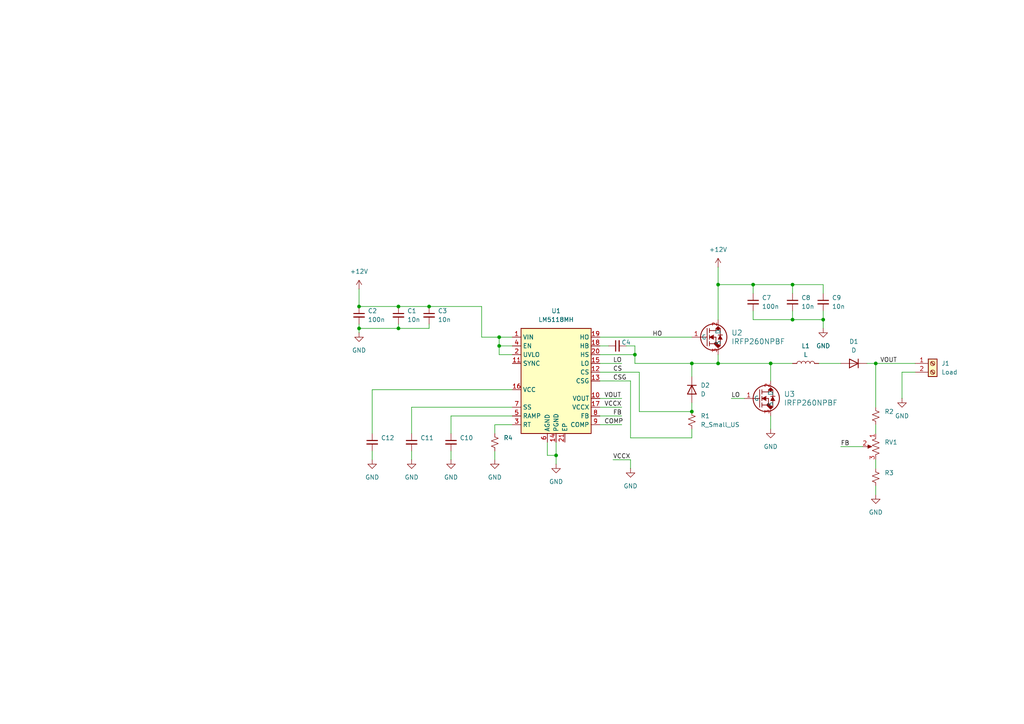
<source format=kicad_sch>
(kicad_sch (version 20250114) (generator "eeschema") (generator_version "9.0")
  (paper "A4")
  (lib_symbols
    (symbol "Connector:Screw_Terminal_01x02" (pin_names (offset 1.016) (hide yes))
      (property "Reference" "J" (at 0 2.54 0))
      (property "Value" "Screw_Terminal_01x02" (at 0 -5.08 0))
      (symbol "Screw_Terminal_01x02_1_1"
        (rectangle (start -1.27 1.27) (end 1.27 -3.81) (stroke (width 0.254)) (fill (type background)))
        (polyline (pts (xy -0.5334 0.3302) (xy 0.3302 -0.508)) (stroke (width 0.1524)))
        (polyline (pts (xy -0.5334 -2.2098) (xy 0.3302 -3.048)) (stroke (width 0.1524)))
        (polyline (pts (xy -0.3556 0.508) (xy 0.508 -0.3302)) (stroke (width 0.1524)))
        (polyline (pts (xy -0.3556 -2.032) (xy 0.508 -2.8702)) (stroke (width 0.1524)))
        (circle (center 0 0) (radius 0.635) (stroke (width 0.1524)))
        (circle (center 0 -2.54) (radius 0.635) (stroke (width 0.1524)))
        (pin passive line (at -5.08 0 0) (length 3.81) (name "Pin_1") (number "1"))
        (pin passive line (at -5.08 -2.54 0) (length 3.81) (name "Pin_2") (number "2"))
      )
    )
    (symbol "Device:C_Small" (pin_numbers (hide yes)) (pin_names (offset 0.254) (hide yes))
      (property "Reference" "C" (at 0.254 1.778 0))
      (property "Value" "C_Small" (at 0.254 -2.032 0))
      (symbol "C_Small_0_1"
        (polyline (pts (xy -1.524 0.508) (xy 1.524 0.508)) (stroke (width 0.3048)))
        (polyline (pts (xy -1.524 -0.508) (xy 1.524 -0.508)) (stroke (width 0.3302)))
      )
      (symbol "C_Small_1_1"
        (pin passive line (at 0 2.54 270) (length 2.032) (name "~") (number "1"))
        (pin passive line (at 0 -2.54 90) (length 2.032) (name "~") (number "2"))
      )
    )
    (symbol "Device:D" (pin_numbers (hide yes)) (pin_names (offset 1.016) (hide yes))
      (property "Reference" "D" (at 0 2.54 0))
      (property "Value" "D" (at 0 -2.54 0))
      (symbol "D_0_1"
        (polyline (pts (xy -1.27 1.27) (xy -1.27 -1.27)) (stroke (width 0.254)))
        (polyline (pts (xy 1.27 1.27) (xy 1.27 -1.27) (xy -1.27 0) (xy 1.27 1.27)) (stroke (width 0.254)))
        (polyline (pts (xy 1.27 0) (xy -1.27 0)))
      )
      (symbol "D_1_1"
        (pin passive line (at -3.81 0 0) (length 2.54) (name "K") (number "1"))
        (pin passive line (at 3.81 0 180) (length 2.54) (name "A") (number "2"))
      )
    )
    (symbol "Device:L" (pin_numbers (hide yes)) (pin_names (offset 1.016) (hide yes))
      (property "Reference" "L" (at -1.27 0 90))
      (property "Value" "L" (at 1.905 0 90))
      (symbol "L_0_1"
        (arc (start 0 2.54) (mid 0.6323 1.905) (end 0 1.27))
        (arc (start 0 1.27) (mid 0.6323 0.635) (end 0 0))
        (arc (start 0 0) (mid 0.6323 -0.635) (end 0 -1.27))
        (arc (start 0 -1.27) (mid 0.6323 -1.905) (end 0 -2.54))
      )
      (symbol "L_1_1"
        (pin passive line (at 0 3.81 270) (length 1.27) (name "1") (number "1"))
        (pin passive line (at 0 -3.81 90) (length 1.27) (name "2") (number "2"))
      )
    )
    (symbol "Device:R_Potentiometer_US" (pin_names (offset 1.016) (hide yes))
      (property "Reference" "RV" (at -4.445 0 90))
      (property "Value" "R_Potentiometer_US" (at -2.54 0 90))
      (symbol "R_Potentiometer_US_0_1"
        (polyline (pts (xy 0 2.54) (xy 0 2.286)))
        (polyline (pts (xy 0 2.286) (xy 1.016 1.905) (xy 0 1.524) (xy -1.016 1.143) (xy 0 0.762)))
        (polyline (pts (xy 0 0.762) (xy 1.016 0.381) (xy 0 0) (xy -1.016 -0.381) (xy 0 -0.762)))
        (polyline (pts (xy 0 -0.762) (xy 1.016 -1.143) (xy 0 -1.524) (xy -1.016 -1.905) (xy 0 -2.286)))
        (polyline (pts (xy 0 -2.286) (xy 0 -2.54)))
        (polyline (pts (xy 1.143 0) (xy 2.286 0.508) (xy 2.286 -0.508) (xy 1.143 0)) (fill (type outline)))
        (polyline (pts (xy 2.54 0) (xy 1.524 0)))
      )
      (symbol "R_Potentiometer_US_1_1"
        (pin passive line (at 0 3.81 270) (length 1.27) (name "1") (number "1"))
        (pin passive line (at 0 -3.81 90) (length 1.27) (name "3") (number "3"))
        (pin passive line (at 3.81 0 180) (length 1.27) (name "2") (number "2"))
      )
    )
    (symbol "Device:R_Small_US" (pin_numbers (hide yes)) (pin_names (offset 0.254) (hide yes))
      (property "Reference" "R" (at 0.762 0.508 0))
      (property "Value" "R_Small_US" (at 0.762 -1.016 0))
      (symbol "R_Small_US_1_1"
        (polyline (pts (xy 0 1.524) (xy 1.016 1.143) (xy 0 0.762) (xy -1.016 0.381) (xy 0 0)))
        (polyline (pts (xy 0 0) (xy 1.016 -0.381) (xy 0 -0.762) (xy -1.016 -1.143) (xy 0 -1.524)))
        (pin passive line (at 0 2.54 270) (length 1.016) (name "~") (number "1"))
        (pin passive line (at 0 -2.54 90) (length 1.016) (name "~") (number "2"))
      )
    )
    (symbol "IRFP260N:IRFP260NPBF" (pin_names (offset 0.254))
      (property "Reference" "U" (at 11.43 1.905 0))
      (property "Value" "IRFP260NPBF" (at 11.43 -2.54 0))
      (symbol "IRFP260NPBF_0_1"
        (polyline (pts (xy 2.54 0) (xy 4.445 0)) (stroke (width 0.2032)))
        (polyline (pts (xy 4.445 -2.54) (xy 4.445 2.54)) (stroke (width 0.2032)))
        (polyline (pts (xy 5.08 1.905) (xy 6.985 1.905)) (stroke (width 0.2032)))
        (polyline (pts (xy 5.08 1.27) (xy 5.08 2.54)) (stroke (width 0.2032)))
        (polyline (pts (xy 5.08 -0.635) (xy 5.08 0.635)) (stroke (width 0.2032)))
        (polyline (pts (xy 5.08 -1.905) (xy 6.985 -1.905)) (stroke (width 0.2032)))
        (polyline (pts (xy 5.08 -2.54) (xy 5.08 -1.27)) (stroke (width 0.2032)))
        (polyline (pts (xy 6.35 0.635) (xy 5.08 0) (xy 6.35 -0.635)) (fill (type outline)))
        (polyline (pts (xy 6.35 0) (xy 6.985 0)) (stroke (width 0.2032)))
        (circle (center 6.35 0) (radius 3.81) (stroke (width 0.254)))
        (polyline (pts (xy 6.985 2.54) (xy 8.255 2.54)) (stroke (width 0.2032)))
        (polyline (pts (xy 6.985 1.905) (xy 6.985 2.54)) (stroke (width 0.2032)))
        (circle (center 6.985 -1.905) (radius 0.0254) (stroke (width 0.508)))
        (polyline (pts (xy 6.985 -2.54) (xy 6.985 0)) (stroke (width 0.2032)))
        (polyline (pts (xy 6.985 -2.54) (xy 8.255 -2.54)) (stroke (width 0.2032)))
        (circle (center 7.62 2.54) (radius 0.0254) (stroke (width 0.508)))
        (circle (center 7.62 -2.54) (radius 0.0254) (stroke (width 0.508)))
        (polyline (pts (xy 8.255 0.635) (xy 8.255 2.54)) (stroke (width 0.2032)))
        (polyline (pts (xy 8.255 -2.54) (xy 8.255 -0.635)) (stroke (width 0.2032)))
        (polyline (pts (xy 8.89 0.635) (xy 7.62 0.635)) (stroke (width 0.2032)))
        (polyline (pts (xy 8.89 -0.635) (xy 7.62 -0.635) (xy 8.255 0.635)) (fill (type outline)))
        (pin unspecified line (at 0 0 0) (length 2.54) (name "G") (number "1"))
        (pin unspecified line (at 7.62 5.08 270) (length 2.54) (name "D") (number "2"))
        (pin unspecified line (at 7.62 -5.08 90) (length 2.54) (name "S") (number "3"))
      )
    )
    (symbol "Regulator_Switching:LM5118MH"
      (property "Reference" "U" (at -12.7 19.05 0))
      (property "Value" "LM5118MH" (at -12.7 16.51 0))
      (symbol "LM5118MH_0_1"
        (rectangle (start -10.16 15.24) (end 10.16 -15.24) (stroke (width 0.254)) (fill (type background)))
      )
      (symbol "LM5118MH_1_1"
        (pin power_in line (at -12.7 12.7 0) (length 2.54) (name "VIN") (number "1"))
        (pin input line (at -12.7 10.16 0) (length 2.54) (name "EN") (number "4"))
        (pin input line (at -12.7 7.62 0) (length 2.54) (name "UVLO") (number "2"))
        (pin input line (at -12.7 5.08 0) (length 2.54) (name "SYNC") (number "11"))
        (pin power_out line (at -12.7 -2.54 0) (length 2.54) (name "VCC") (number "16"))
        (pin passive line (at -12.7 -7.62 0) (length 2.54) (name "SS") (number "7"))
        (pin passive line (at -12.7 -10.16 0) (length 2.54) (name "RAMP") (number "5"))
        (pin passive line (at -12.7 -12.7 0) (length 2.54) (name "RT") (number "3"))
        (pin power_in line (at -2.54 -17.78 90) (length 2.54) (name "AGND") (number "6"))
        (pin power_in line (at 0 -17.78 90) (length 2.54) (name "PGND") (number "14"))
        (pin passive line (at 2.54 -17.78 90) (length 2.54) (name "EP") (number "21"))
        (pin output line (at 12.7 12.7 180) (length 2.54) (name "HO") (number "19"))
        (pin passive line (at 12.7 10.16 180) (length 2.54) (name "HB") (number "18"))
        (pin passive line (at 12.7 7.62 180) (length 2.54) (name "HS") (number "20"))
        (pin output line (at 12.7 5.08 180) (length 2.54) (name "LO") (number "15"))
        (pin input line (at 12.7 2.54 180) (length 2.54) (name "CS") (number "12"))
        (pin input line (at 12.7 0 180) (length 2.54) (name "CSG") (number "13"))
        (pin input line (at 12.7 -5.08 180) (length 2.54) (name "VOUT") (number "10"))
        (pin power_in line (at 12.7 -7.62 180) (length 2.54) (name "VCCX") (number "17"))
        (pin input line (at 12.7 -10.16 180) (length 2.54) (name "FB") (number "8"))
        (pin output line (at 12.7 -12.7 180) (length 2.54) (name "COMP") (number "9"))
      )
    )
    (symbol "power:+12V" (power) (pin_numbers (hide yes)) (pin_names (offset 0) (hide yes))
      (property "Value" "+12V" (at 0 3.556 0))
      (symbol "+12V_0_1"
        (polyline (pts (xy -0.762 1.27) (xy 0 2.54)))
        (polyline (pts (xy 0 2.54) (xy 0.762 1.27)))
        (polyline (pts (xy 0 0) (xy 0 2.54)))
      )
      (symbol "+12V_1_1"
        (pin power_in line (at 0 0 90) (length 0) (name "~") (number "1"))
      )
    )
    (symbol "power:GND" (power) (pin_numbers (hide yes)) (pin_names (offset 0) (hide yes))
      (property "Value" "GND" (at 0 -3.81 0))
      (symbol "GND_0_1"
        (polyline (pts (xy 0 0) (xy 0 -1.27) (xy 1.27 -1.27) (xy 0 -2.54) (xy -1.27 -1.27) (xy 0 -1.27)))
      )
      (symbol "GND_1_1"
        (pin power_in line (at 0 0 270) (length 0) (name "~") (number "1"))
      )
    )
  )
  (junction (at 115.57 88.9))
  (junction (at 208.28 82.55))
  (junction (at 200.66 119.38))
  (junction (at 238.76 92.71))
  (junction (at 144.78 97.79))
  (junction (at 115.57 95.25))
  (junction (at 229.87 82.55))
  (junction (at 200.66 105.41))
  (junction (at 184.15 102.87))
  (junction (at 223.52 105.41))
  (junction (at 104.14 95.25))
  (junction (at 229.87 92.71))
  (junction (at 124.46 88.9))
  (junction (at 254 105.41))
  (junction (at 218.44 82.55))
  (junction (at 144.78 100.33))
  (junction (at 161.29 132.08))
  (junction (at 208.28 105.41))
  (junction (at 104.14 88.9))
  (wire (pts (xy 173.99 115.57) (xy 180.34 115.57)))
  (wire (pts (xy 200.66 116.84) (xy 200.66 119.38)))
  (wire (pts (xy 254 140.97) (xy 254 143.51)))
  (wire (pts (xy 115.57 95.25) (xy 104.14 95.25)))
  (wire (pts (xy 107.95 125.73) (xy 107.95 113.03)))
  (wire (pts (xy 200.66 105.41) (xy 184.15 105.41)))
  (wire (pts (xy 254 133.35) (xy 254 135.89)))
  (wire (pts (xy 158.75 128.27) (xy 158.75 132.08)))
  (wire (pts (xy 104.14 95.25) (xy 104.14 96.52)))
  (wire (pts (xy 173.99 118.11) (xy 180.34 118.11)))
  (wire (pts (xy 173.99 120.65) (xy 180.34 120.65)))
  (wire (pts (xy 104.14 83.82) (xy 104.14 88.9)))
  (wire (pts (xy 104.14 93.98) (xy 104.14 95.25)))
  (wire (pts (xy 139.7 97.79) (xy 139.7 88.9)))
  (wire (pts (xy 148.59 102.87) (xy 144.78 102.87)))
  (wire (pts (xy 161.29 132.08) (xy 161.29 134.62)))
  (wire (pts (xy 238.76 82.55) (xy 238.76 85.09)))
  (wire (pts (xy 148.59 120.65) (xy 130.81 120.65)))
  (wire (pts (xy 148.59 100.33) (xy 144.78 100.33)))
  (wire (pts (xy 107.95 130.81) (xy 107.95 133.35)))
  (wire (pts (xy 181.61 100.33) (xy 184.15 100.33)))
  (wire (pts (xy 254 105.41) (xy 254 118.11)))
  (wire (pts (xy 182.88 133.35) (xy 182.88 135.89)))
  (wire (pts (xy 265.43 107.95) (xy 261.62 107.95)))
  (wire (pts (xy 119.38 118.11) (xy 148.59 118.11)))
  (wire (pts (xy 254 123.19) (xy 254 125.73)))
  (wire (pts (xy 173.99 105.41) (xy 180.34 105.41)))
  (wire (pts (xy 104.14 88.9) (xy 115.57 88.9)))
  (wire (pts (xy 119.38 130.81) (xy 119.38 133.35)))
  (wire (pts (xy 182.88 127) (xy 182.88 110.49)))
  (wire (pts (xy 139.7 97.79) (xy 144.78 97.79)))
  (wire (pts (xy 124.46 95.25) (xy 115.57 95.25)))
  (wire (pts (xy 218.44 82.55) (xy 229.87 82.55)))
  (wire (pts (xy 229.87 82.55) (xy 238.76 82.55)))
  (wire (pts (xy 115.57 88.9) (xy 124.46 88.9)))
  (wire (pts (xy 200.66 119.38) (xy 185.42 119.38)))
  (wire (pts (xy 243.84 129.54) (xy 250.19 129.54)))
  (wire (pts (xy 124.46 93.98) (xy 124.46 95.25)))
  (wire (pts (xy 229.87 90.17) (xy 229.87 92.71)))
  (wire (pts (xy 200.66 105.41) (xy 208.28 105.41)))
  (wire (pts (xy 119.38 125.73) (xy 119.38 118.11)))
  (wire (pts (xy 229.87 82.55) (xy 229.87 85.09)))
  (wire (pts (xy 208.28 102.87) (xy 208.28 105.41)))
  (wire (pts (xy 251.46 105.41) (xy 254 105.41)))
  (wire (pts (xy 200.66 127) (xy 182.88 127)))
  (wire (pts (xy 254 105.41) (xy 265.43 105.41)))
  (wire (pts (xy 144.78 97.79) (xy 148.59 97.79)))
  (wire (pts (xy 158.75 132.08) (xy 161.29 132.08)))
  (wire (pts (xy 161.29 132.08) (xy 161.29 128.27)))
  (wire (pts (xy 200.66 105.41) (xy 200.66 109.22)))
  (wire (pts (xy 184.15 105.41) (xy 184.15 102.87)))
  (wire (pts (xy 223.52 105.41) (xy 223.52 110.49)))
  (wire (pts (xy 208.28 82.55) (xy 208.28 92.71)))
  (wire (pts (xy 212.09 115.57) (xy 215.9 115.57)))
  (wire (pts (xy 177.8 133.35) (xy 182.88 133.35)))
  (wire (pts (xy 184.15 100.33) (xy 184.15 102.87)))
  (wire (pts (xy 185.42 119.38) (xy 185.42 107.95)))
  (wire (pts (xy 144.78 102.87) (xy 144.78 100.33)))
  (wire (pts (xy 143.51 123.19) (xy 143.51 125.73)))
  (wire (pts (xy 237.49 105.41) (xy 243.84 105.41)))
  (wire (pts (xy 218.44 85.09) (xy 218.44 82.55)))
  (wire (pts (xy 173.99 100.33) (xy 176.53 100.33)))
  (wire (pts (xy 130.81 130.81) (xy 130.81 133.35)))
  (wire (pts (xy 173.99 97.79) (xy 200.66 97.79)))
  (wire (pts (xy 200.66 124.46) (xy 200.66 127)))
  (wire (pts (xy 238.76 92.71) (xy 238.76 95.25)))
  (wire (pts (xy 223.52 120.65) (xy 223.52 124.46)))
  (wire (pts (xy 185.42 107.95) (xy 173.99 107.95)))
  (wire (pts (xy 261.62 107.95) (xy 261.62 115.57)))
  (wire (pts (xy 218.44 92.71) (xy 229.87 92.71)))
  (wire (pts (xy 115.57 93.98) (xy 115.57 95.25)))
  (wire (pts (xy 218.44 90.17) (xy 218.44 92.71)))
  (wire (pts (xy 182.88 110.49) (xy 173.99 110.49)))
  (wire (pts (xy 229.87 92.71) (xy 238.76 92.71)))
  (wire (pts (xy 208.28 105.41) (xy 223.52 105.41)))
  (wire (pts (xy 208.28 82.55) (xy 218.44 82.55)))
  (wire (pts (xy 144.78 100.33) (xy 144.78 97.79)))
  (wire (pts (xy 130.81 120.65) (xy 130.81 125.73)))
  (wire (pts (xy 223.52 105.41) (xy 229.87 105.41)))
  (wire (pts (xy 143.51 130.81) (xy 143.51 133.35)))
  (wire (pts (xy 184.15 102.87) (xy 173.99 102.87)))
  (wire (pts (xy 208.28 77.47) (xy 208.28 82.55)))
  (wire (pts (xy 148.59 123.19) (xy 143.51 123.19)))
  (wire (pts (xy 107.95 113.03) (xy 148.59 113.03)))
  (wire (pts (xy 139.7 88.9) (xy 124.46 88.9)))
  (wire (pts (xy 173.99 123.19) (xy 180.34 123.19)))
  (wire (pts (xy 238.76 92.71) (xy 238.76 90.17)))
  (label "VOUT" (at 175.26 115.57 0))
  (label "FB" (at 243.84 129.54 0))
  (label "LO" (at 177.8 105.41 0))
  (label "VOUT" (at 255.27 105.41 0))
  (label "LO" (at 212.09 115.57 0))
  (label "CS" (at 177.8 107.95 0))
  (label "COMP" (at 175.26 123.19 0))
  (label "HO" (at 189.23 97.79 0))
  (label "VCCX" (at 175.26 118.11 0))
  (label "CSG" (at 177.8 110.49 0))
  (label "FB" (at 177.8 120.65 0))
  (label "VCCX" (at 177.8 133.35 0))
  (symbol (lib_id "IRFP260N:IRFP260NPBF") (at 200.66 97.79 0) (unit 1)
    (property "Reference" "U2" (at 212.09 96.5199 0) (effects (font (size 1.524 1.524)) (justify left)))
    (property "Value" "IRFP260NPBF" (at 212.09 99.0599 0) (effects (font (size 1.524 1.524)) (justify left)))
    (property "Footprint" "PG-TO247-3-46_INF" (effects (hide yes)))
    (property "Datasheet" "IRFP260NPBF" (effects (hide yes)))
  )
  (symbol (lib_id "Device:C_Small") (at 218.44 87.63 0) (unit 1)
    (property "Reference" "C7" (at 220.98 86.3662 0) (effects (justify left)))
    (property "Value" "100n" (at 220.98 88.9062 0) (effects (justify left)))
    (property "Description" "Unpolarized capacitor, small symbol" (effects (hide yes)))
  )
  (symbol (lib_id "power:GND") (at 143.51 133.35 0) (unit 1)
    (property "Reference" "#PWR09" (effects (hide yes)))
    (property "Value" "GND" (at 143.51 138.43 0))
    (property "Description" "Power symbol creates a global label with name \"GND\" , ground" (effects (hide yes)))
  )
  (symbol (lib_id "power:GND") (at 161.29 134.62 0) (unit 1)
    (property "Reference" "#PWR013" (effects (hide yes)))
    (property "Value" "GND" (at 161.29 139.7 0))
    (property "Description" "Power symbol creates a global label with name \"GND\" , ground" (effects (hide yes)))
  )
  (symbol (lib_id "power:GND") (at 254 143.51 0) (unit 1)
    (property "Reference" "#PWR05" (effects (hide yes)))
    (property "Value" "GND" (at 254 148.59 0))
    (property "Description" "Power symbol creates a global label with name \"GND\" , ground" (effects (hide yes)))
  )
  (symbol (lib_id "Device:L") (at 233.68 105.41 90) (unit 1)
    (property "Reference" "L1" (at 233.68 100.33 90))
    (property "Value" "L" (at 233.68 102.87 90))
    (property "Description" "Inductor" (effects (hide yes)))
  )
  (symbol (lib_id "Device:R_Small_US") (at 254 138.43 0) (unit 1)
    (property "Reference" "R3" (at 256.54 137.1599 0) (effects (justify left)))
    (property "Value" "R_Small_US" (effects (hide yes)))
    (property "Description" "Resistor, small US symbol" (effects (hide yes)))
  )
  (symbol (lib_id "Device:C_Small") (at 179.07 100.33 90) (unit 1)
    (property "Reference" "C4" (at 181.61 99.314 90))
    (property "Value" "C_Small" (effects (hide yes)))
    (property "Description" "Unpolarized capacitor, small symbol" (effects (hide yes)))
  )
  (symbol (lib_id "Device:R_Small_US") (at 254 120.65 0) (unit 1)
    (property "Reference" "R2" (at 256.54 119.3799 0) (effects (justify left)))
    (property "Value" "R_Small_US" (effects (hide yes)))
    (property "Description" "Resistor, small US symbol" (effects (hide yes)))
  )
  (symbol (lib_id "Device:C_Small") (at 238.76 87.63 0) (unit 1)
    (property "Reference" "C9" (at 241.3 86.3662 0) (effects (justify left)))
    (property "Value" "10n" (at 241.3 88.9062 0) (effects (justify left)))
    (property "Description" "Unpolarized capacitor, small symbol" (effects (hide yes)))
  )
  (symbol (lib_id "Device:R_Small_US") (at 143.51 128.27 0) (unit 1)
    (property "Reference" "R4" (at 146.05 126.9999 0) (effects (justify left)))
    (property "Value" "R_Small_US" (effects (hide yes)))
    (property "Description" "Resistor, small US symbol" (effects (hide yes)))
  )
  (symbol (lib_id "Device:C_Small") (at 104.14 91.44 0) (unit 1)
    (property "Reference" "C2" (at 106.68 90.1762 0) (effects (justify left)))
    (property "Value" "100n" (at 106.68 92.7162 0) (effects (justify left)))
    (property "Description" "Unpolarized capacitor, small symbol" (effects (hide yes)))
  )
  (symbol (lib_id "Connector:Screw_Terminal_01x02") (at 270.51 105.41 0) (unit 1)
    (property "Reference" "J1" (at 273.05 105.4099 0) (effects (justify left)))
    (property "Value" "Load" (at 273.05 107.9499 0) (effects (justify left)))
    (property "Description" "Generic screw terminal, single row, 01x02, script generated (kicad-library-utils/schlib/autogen/connector/)" (effects (hide yes)))
  )
  (symbol (lib_id "Device:C_Small") (at 229.87 87.63 0) (unit 1)
    (property "Reference" "C8" (at 232.41 86.3662 0) (effects (justify left)))
    (property "Value" "10n" (at 232.41 88.9062 0) (effects (justify left)))
    (property "Description" "Unpolarized capacitor, small symbol" (effects (hide yes)))
  )
  (symbol (lib_id "power:GND") (at 223.52 124.46 0) (unit 1)
    (property "Reference" "#PWR03" (effects (hide yes)))
    (property "Value" "GND" (at 223.52 129.54 0))
    (property "Description" "Power symbol creates a global label with name \"GND\" , ground" (effects (hide yes)))
  )
  (symbol (lib_id "Device:R_Small_US") (at 200.66 121.92 0) (unit 1)
    (property "Reference" "R1" (at 203.2 120.6499 0) (effects (justify left)))
    (property "Value" "R_Small_US" (at 203.2 123.1899 0) (effects (justify left)))
    (property "Description" "Resistor, small US symbol" (effects (hide yes)))
  )
  (symbol (lib_id "Device:R_Potentiometer_US") (at 254 129.54 0) (mirror y) (unit 1)
    (property "Reference" "RV1" (at 256.54 128.2699 0) (effects (justify right)))
    (property "Value" "R_Potentiometer_US" (effects (hide yes)))
    (property "Description" "Potentiometer, US symbol" (effects (hide yes)))
  )
  (symbol (lib_id "power:GND") (at 119.38 133.35 0) (unit 1)
    (property "Reference" "#PWR011" (effects (hide yes)))
    (property "Value" "GND" (at 119.38 138.43 0))
    (property "Description" "Power symbol creates a global label with name \"GND\" , ground" (effects (hide yes)))
  )
  (symbol (lib_id "Device:C_Small") (at 107.95 128.27 0) (unit 1)
    (property "Reference" "C12" (at 110.49 127.0062 0) (effects (justify left)))
    (property "Value" "10n" (effects (hide yes)))
    (property "Description" "Unpolarized capacitor, small symbol" (effects (hide yes)))
  )
  (symbol (lib_id "Device:C_Small") (at 130.81 128.27 0) (unit 1)
    (property "Reference" "C10" (at 133.35 127.0062 0) (effects (justify left)))
    (property "Value" "10n" (effects (hide yes)))
    (property "Description" "Unpolarized capacitor, small symbol" (effects (hide yes)))
  )
  (symbol (lib_id "Regulator_Switching:LM5118MH") (at 161.29 110.49 0) (unit 1)
    (property "Reference" "U1" (at 161.29 90.17 0))
    (property "Value" "LM5118MH" (at 161.29 92.71 0))
    (property "Footprint" "Package_SO:Texas_PWP0020A" (effects (hide yes)))
    (property "Datasheet" "https://www.ti.com/lit/ds/symlink/lm5118.pdf" (effects (hide yes)))
    (property "Description" "Wide Voltage Range Buck-Boost Controller, HTSSOP-20" (effects (hide yes)))
  )
  (symbol (lib_id "power:+12V") (at 104.14 83.82 0) (unit 1)
    (property "Reference" "#PWR01" (effects (hide yes)))
    (property "Value" "+12V" (at 104.14 78.74 0))
    (property "Description" "Power symbol creates a global label with name \"+12V\"" (effects (hide yes)))
  )
  (symbol (lib_id "Device:C_Small") (at 119.38 128.27 0) (unit 1)
    (property "Reference" "C11" (at 121.92 127.0062 0) (effects (justify left)))
    (property "Value" "10n" (effects (hide yes)))
    (property "Description" "Unpolarized capacitor, small symbol" (effects (hide yes)))
  )
  (symbol (lib_id "Device:D") (at 200.66 113.03 270) (unit 1)
    (property "Reference" "D2" (at 203.2 111.7599 90) (effects (justify left)))
    (property "Value" "D" (at 203.2 114.2999 90) (effects (justify left)))
    (property "Description" "Diode" (effects (hide yes)))
    (property "Sim.Device" "D" (effects (hide yes)))
    (property "Sim.Pins" "1=K 2=A" (effects (hide yes)))
  )
  (symbol (lib_id "Device:C_Small") (at 115.57 91.44 0) (unit 1)
    (property "Reference" "C1" (at 118.11 90.1762 0) (effects (justify left)))
    (property "Value" "10n" (at 118.11 92.7162 0) (effects (justify left)))
    (property "Description" "Unpolarized capacitor, small symbol" (effects (hide yes)))
  )
  (symbol (lib_id "power:GND") (at 130.81 133.35 0) (unit 1)
    (property "Reference" "#PWR010" (effects (hide yes)))
    (property "Value" "GND" (at 130.81 138.43 0))
    (property "Description" "Power symbol creates a global label with name \"GND\" , ground" (effects (hide yes)))
  )
  (symbol (lib_id "IRFP260N:IRFP260NPBF") (at 215.9 115.57 0) (unit 1)
    (property "Reference" "U3" (at 227.33 114.2999 0) (effects (font (size 1.524 1.524)) (justify left)))
    (property "Value" "IRFP260NPBF" (at 227.33 116.8399 0) (effects (font (size 1.524 1.524)) (justify left)))
    (property "Footprint" "PG-TO247-3-46_INF" (effects (hide yes)))
    (property "Datasheet" "IRFP260NPBF" (effects (hide yes)))
  )
  (symbol (lib_id "Device:C_Small") (at 124.46 91.44 0) (unit 1)
    (property "Reference" "C3" (at 127 90.1762 0) (effects (justify left)))
    (property "Value" "10n" (at 127 92.7162 0) (effects (justify left)))
    (property "Description" "Unpolarized capacitor, small symbol" (effects (hide yes)))
  )
  (symbol (lib_id "power:GND") (at 182.88 135.89 0) (unit 1)
    (property "Reference" "#PWR06" (effects (hide yes)))
    (property "Value" "GND" (at 182.88 140.97 0))
    (property "Description" "Power symbol creates a global label with name \"GND\" , ground" (effects (hide yes)))
  )
  (symbol (lib_id "power:GND") (at 107.95 133.35 0) (unit 1)
    (property "Reference" "#PWR012" (effects (hide yes)))
    (property "Value" "GND" (at 107.95 138.43 0))
    (property "Description" "Power symbol creates a global label with name \"GND\" , ground" (effects (hide yes)))
  )
  (symbol (lib_id "Device:D") (at 247.65 105.41 180) (unit 1)
    (property "Reference" "D1" (at 247.65 99.06 0))
    (property "Value" "D" (at 247.65 101.6 0))
    (property "Description" "Diode" (effects (hide yes)))
    (property "Sim.Device" "D" (effects (hide yes)))
    (property "Sim.Pins" "1=K 2=A" (effects (hide yes)))
  )
  (symbol (lib_id "power:GND") (at 261.62 115.57 0) (unit 1)
    (property "Reference" "#PWR04" (effects (hide yes)))
    (property "Value" "GND" (at 261.62 120.65 0))
    (property "Description" "Power symbol creates a global label with name \"GND\" , ground" (effects (hide yes)))
  )
  (symbol (lib_id "power:GND") (at 104.14 96.52 0) (unit 1)
    (property "Reference" "#PWR02" (effects (hide yes)))
    (property "Value" "GND" (at 104.14 101.6 0))
    (property "Description" "Power symbol creates a global label with name \"GND\" , ground" (effects (hide yes)))
  )
  (symbol (lib_id "power:GND") (at 238.76 95.25 0) (unit 1)
    (property "Reference" "#PWR08" (effects (hide yes)))
    (property "Value" "GND" (at 238.76 100.33 0))
    (property "Description" "Power symbol creates a global label with name \"GND\" , ground" (effects (hide yes)))
  )
  (symbol (lib_id "power:+12V") (at 208.28 77.47 0) (unit 1)
    (property "Reference" "#PWR07" (effects (hide yes)))
    (property "Value" "+12V" (at 208.28 72.39 0))
    (property "Description" "Power symbol creates a global label with name \"+12V\"" (effects (hide yes)))
  )
)
</source>
